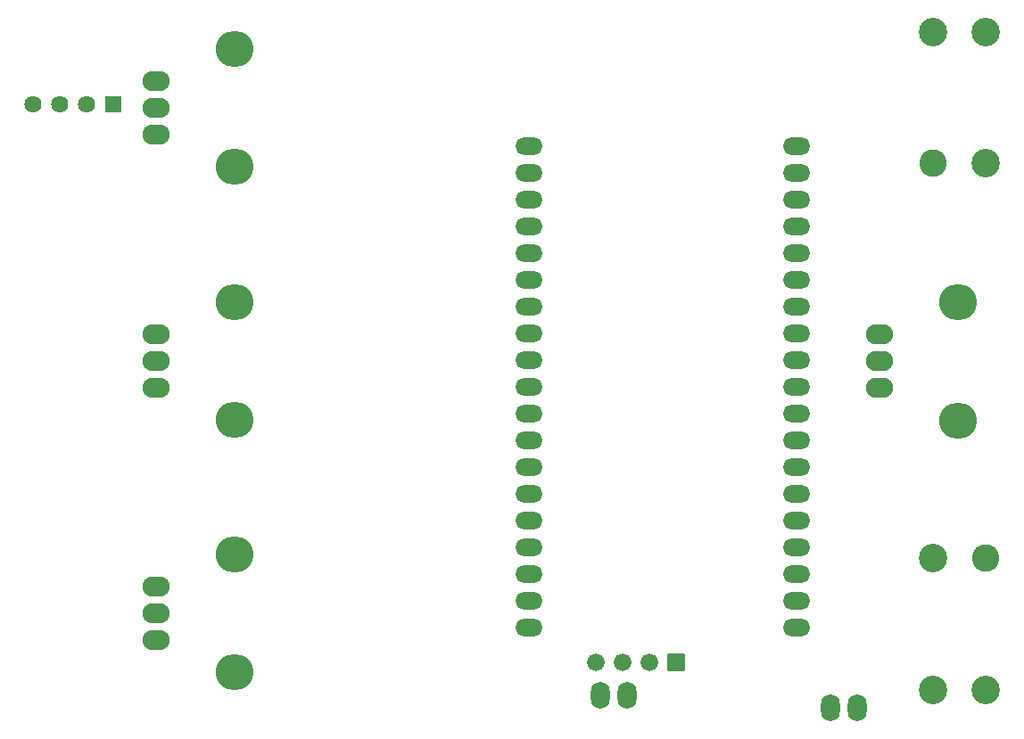
<source format=gbs>
G04 Layer: BottomSolderMaskLayer*
G04 EasyEDA v6.5.42, 2024-03-15 07:08:18*
G04 07cce05110d743cda764b2ea28b01f41,76978c21ee6b45f5ab94bb382069c2cd,10*
G04 Gerber Generator version 0.2*
G04 Scale: 100 percent, Rotated: No, Reflected: No *
G04 Dimensions in millimeters *
G04 leading zeros omitted , absolute positions ,4 integer and 5 decimal *
%FSLAX45Y45*%
%MOMM*%

%AMMACRO1*1,1,$1,$2,$3*1,1,$1,$4,$5*1,1,$1,0-$2,0-$3*1,1,$1,0-$4,0-$5*20,1,$1,$2,$3,$4,$5,0*20,1,$1,$4,$5,0-$2,0-$3,0*20,1,$1,0-$2,0-$3,0-$4,0-$5,0*20,1,$1,0-$4,0-$5,$2,$3,0*4,1,4,$2,$3,$4,$5,0-$2,0-$3,0-$4,0-$5,$2,$3,0*%
%ADD10O,1.8015966X2.601595*%
%ADD11O,2.601595X1.9015964*%
%ADD12O,3.6015930000000003X3.4015934000000003*%
%ADD13O,2.601595X1.6616680000000001*%
%ADD14C,1.6256*%
%ADD15R,1.6256X1.6256*%
%ADD16C,2.7000*%
%ADD17C,2.6016*%
%ADD18MACRO1,0.1016X0.7874X0.7874X-0.7874X0.7874*%
%ADD19C,1.6764*%

%LPD*%
D10*
G01*
X8026400Y-6794500D03*
G01*
X8280400Y-6794500D03*
D11*
G01*
X8489594Y-3759200D03*
G01*
X8489594Y-3505200D03*
G01*
X8489594Y-3251200D03*
D12*
G01*
X9239605Y-4065193D03*
G01*
X9239605Y-2945206D03*
D11*
G01*
X1624990Y-6153988D03*
G01*
X1624990Y-5899988D03*
G01*
X1624990Y-5645988D03*
D12*
G01*
X2375001Y-6459981D03*
G01*
X2375001Y-5339994D03*
D11*
G01*
X1624990Y-3753993D03*
G01*
X1624990Y-3499993D03*
G01*
X1624990Y-3245993D03*
D12*
G01*
X2375001Y-4059986D03*
G01*
X2375001Y-2939999D03*
D11*
G01*
X1624990Y-1353997D03*
G01*
X1624990Y-1099997D03*
G01*
X1624990Y-845997D03*
D12*
G01*
X2375001Y-1659991D03*
G01*
X2375001Y-540004D03*
D13*
G01*
X5168900Y-6032500D03*
G01*
X5168900Y-5778500D03*
G01*
X5168900Y-5524500D03*
G01*
X5168900Y-5270500D03*
G01*
X5168900Y-5016500D03*
G01*
X5168900Y-4762500D03*
G01*
X5168900Y-4508500D03*
G01*
X5168900Y-4254500D03*
G01*
X5168900Y-4000500D03*
G01*
X5168900Y-3746500D03*
G01*
X5168900Y-3492500D03*
G01*
X5168900Y-3238500D03*
G01*
X5168900Y-2984500D03*
G01*
X5168900Y-2730500D03*
G01*
X5168900Y-2476500D03*
G01*
X5168900Y-2222500D03*
G01*
X5168900Y-1968500D03*
G01*
X5168900Y-1714500D03*
G01*
X5168900Y-1460500D03*
G01*
X7708900Y-5778500D03*
G01*
X7708900Y-5524500D03*
G01*
X7708900Y-5270500D03*
G01*
X7708900Y-5016500D03*
G01*
X7708900Y-4762500D03*
G01*
X7708900Y-4508500D03*
G01*
X7708900Y-4254500D03*
G01*
X7708900Y-4000500D03*
G01*
X7708900Y-3746500D03*
G01*
X7708900Y-3492500D03*
G01*
X7708900Y-3238500D03*
G01*
X7708900Y-2984500D03*
G01*
X7708900Y-2730500D03*
G01*
X7708900Y-2476500D03*
G01*
X7708900Y-2222500D03*
G01*
X7708900Y-1968500D03*
G01*
X7708900Y-6032500D03*
G01*
X7708900Y-1714500D03*
G01*
X7708900Y-1460500D03*
D14*
G01*
X457200Y-1066800D03*
G01*
X711200Y-1066800D03*
G01*
X965200Y-1066800D03*
D15*
G01*
X1219200Y-1066800D03*
D16*
G01*
X9502063Y-1624990D03*
G01*
X9502063Y-375005D03*
G01*
X9002064Y-375005D03*
D17*
G01*
X9002064Y-1624990D03*
D16*
G01*
X9002090Y-5374995D03*
G01*
X9002090Y-6624980D03*
G01*
X9502089Y-6624980D03*
D17*
G01*
X9502089Y-5374995D03*
D10*
G01*
X6096000Y-6680200D03*
G01*
X5842000Y-6680200D03*
D18*
G01*
X6565900Y-6362700D03*
D19*
G01*
X6311900Y-6362700D03*
G01*
X6057900Y-6362700D03*
G01*
X5803900Y-6362700D03*
M02*

</source>
